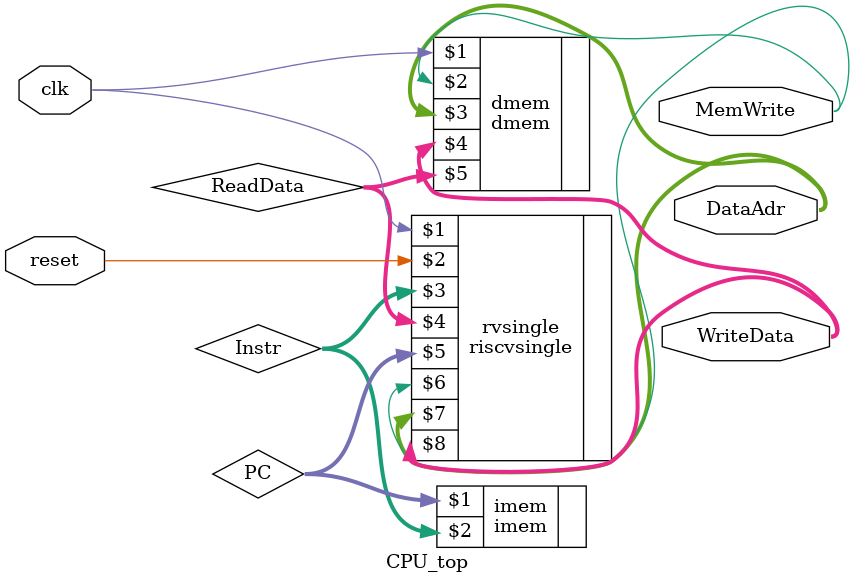
<source format=v>
module CPU_top(
    input         clk,
    input         reset,
    output [31:0] WriteData,
    output [31:0] DataAdr,
    output        MemWrite
    // output [15:0] dispBufferOut
    );

    wire [31:0] PC;
    wire [31:0] Instr;
    wire [31:0] ReadData;

    riscvsingle rvsingle(
        clk,
        reset,
        Instr,
        ReadData,
        PC,
        MemWrite,
        DataAdr,
        WriteData
    );
    
    imem imem(
        PC,
        Instr
    );

    dmem dmem(
        clk,
        MemWrite,
        DataAdr,
        WriteData,
        ReadData
        // dispBufferOut
    );
    
endmodule

</source>
